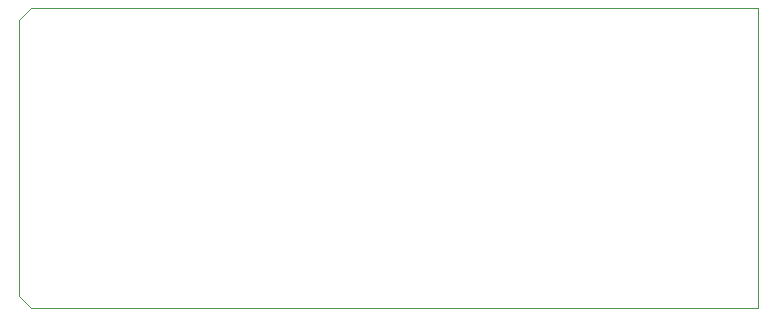
<source format=gm1>
%TF.GenerationSoftware,KiCad,Pcbnew,8.0.4*%
%TF.CreationDate,2024-11-09T01:04:21+01:00*%
%TF.ProjectId,NatSi-DevKit,4e617453-692d-4446-9576-4b69742e6b69,v1.0.0*%
%TF.SameCoordinates,Original*%
%TF.FileFunction,Profile,NP*%
%FSLAX46Y46*%
G04 Gerber Fmt 4.6, Leading zero omitted, Abs format (unit mm)*
G04 Created by KiCad (PCBNEW 8.0.4) date 2024-11-09 01:04:21*
%MOMM*%
%LPD*%
G01*
G04 APERTURE LIST*
%TA.AperFunction,Profile*%
%ADD10C,0.100000*%
%TD*%
G04 APERTURE END LIST*
D10*
X113231000Y-87130000D02*
X112215000Y-88146000D01*
X112215000Y-88146000D02*
X112215000Y-111514000D01*
X174753000Y-87130000D02*
X174753000Y-112530000D01*
X174753000Y-112530000D02*
X113231000Y-112530000D01*
X112215000Y-111514000D02*
X113231000Y-112530000D01*
X113231000Y-87130000D02*
X174753000Y-87130000D01*
M02*

</source>
